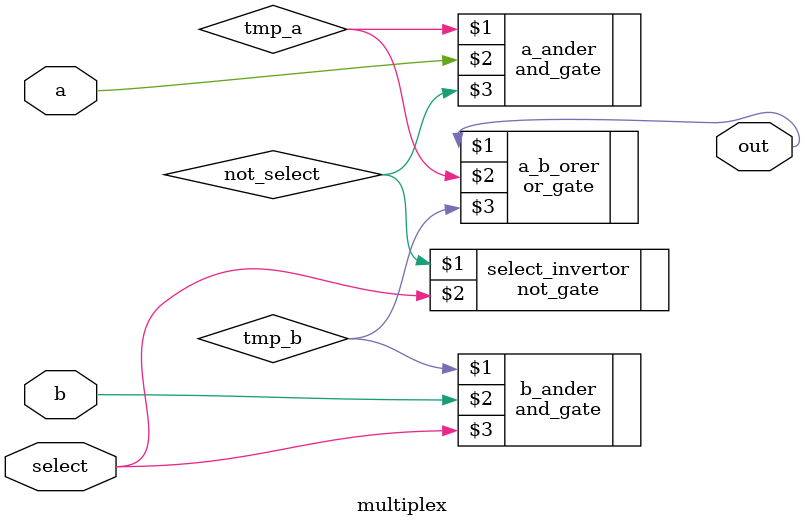
<source format=v>
module multiplex(out, select, a, b);
  input a, b, select;
  output out;

  wire  a, b, select;       // input registers
  wire  not_select;
  wire  tmp_a, tmp_b, out;  // tmp for first nand output, out for final value


  not_gate select_invertor (not_select, select);
  and_gate a_ander (tmp_a, a, not_select); // if select=0, out=a
  and_gate b_ander (tmp_b, b, select);     // if select=1, out=b
  or_gate  a_b_orer (out, tmp_a, tmp_b);
  
endmodule
  

</source>
